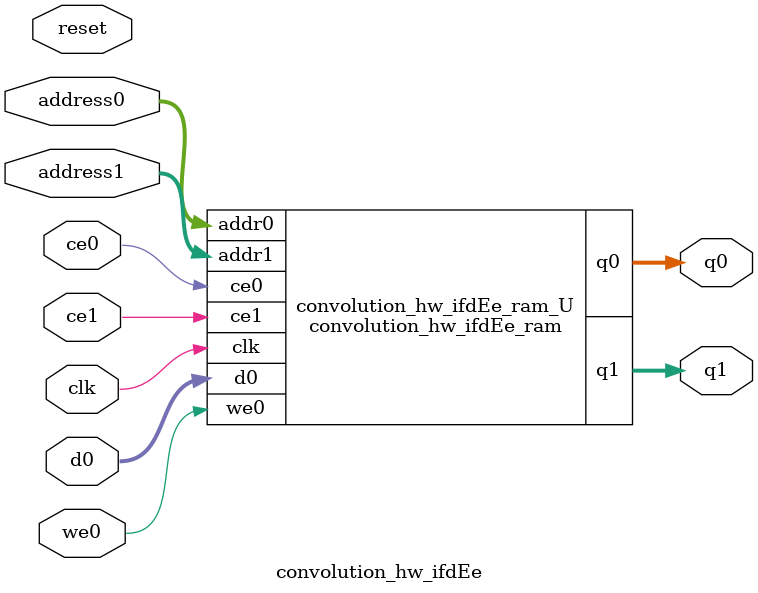
<source format=v>
`timescale 1 ns / 1 ps
module convolution_hw_ifdEe_ram (addr0, ce0, d0, we0, q0, addr1, ce1, q1,  clk);

parameter DWIDTH = 32;
parameter AWIDTH = 6;
parameter MEM_SIZE = 34;

input[AWIDTH-1:0] addr0;
input ce0;
input[DWIDTH-1:0] d0;
input we0;
output reg[DWIDTH-1:0] q0;
input[AWIDTH-1:0] addr1;
input ce1;
output reg[DWIDTH-1:0] q1;
input clk;

(* ram_style = "block" *)reg [DWIDTH-1:0] ram[0:MEM_SIZE-1];




always @(posedge clk)  
begin 
    if (ce0) begin
        if (we0) 
            ram[addr0] <= d0; 
        q0 <= ram[addr0];
    end
end


always @(posedge clk)  
begin 
    if (ce1) begin
        q1 <= ram[addr1];
    end
end


endmodule

`timescale 1 ns / 1 ps
module convolution_hw_ifdEe(
    reset,
    clk,
    address0,
    ce0,
    we0,
    d0,
    q0,
    address1,
    ce1,
    q1);

parameter DataWidth = 32'd32;
parameter AddressRange = 32'd34;
parameter AddressWidth = 32'd6;
input reset;
input clk;
input[AddressWidth - 1:0] address0;
input ce0;
input we0;
input[DataWidth - 1:0] d0;
output[DataWidth - 1:0] q0;
input[AddressWidth - 1:0] address1;
input ce1;
output[DataWidth - 1:0] q1;



convolution_hw_ifdEe_ram convolution_hw_ifdEe_ram_U(
    .clk( clk ),
    .addr0( address0 ),
    .ce0( ce0 ),
    .we0( we0 ),
    .d0( d0 ),
    .q0( q0 ),
    .addr1( address1 ),
    .ce1( ce1 ),
    .q1( q1 ));

endmodule


</source>
